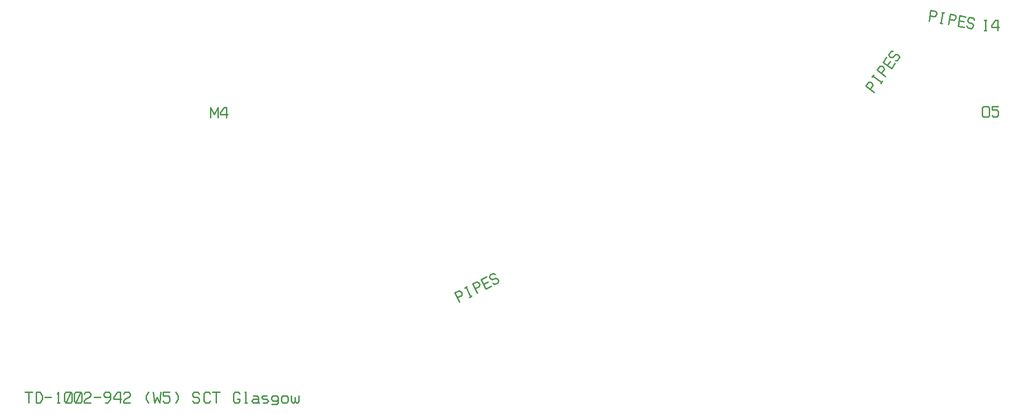
<source format=gbr>
*
G4_C Author: OrCAD GerbTool(tm) 8.1.1 Thu Jun 19 12:26:17 2003*
%LPD*%
%LNsilkscreen*%
%FSLAX34Y34*%
%MOIN*%
%AD*%
%AMD25R98*
20,1,0.025000,0.000000,-0.035000,0.000000,0.035000,98.600000*
%
%AMD10R98*
20,1,0.050000,-0.025000,0.000000,0.025000,0.000000,98.600000*
%
%AMD25R98N2*
20,1,0.025000,0.000000,-0.035000,0.000000,0.035000,98.600000*
%
%AMD10R98N2*
20,1,0.050000,-0.025000,0.000000,0.025000,0.000000,98.600000*
%
%AMD25R86*
20,1,0.025000,0.000000,-0.035000,0.000000,0.035000,86.080000*
%
%AMD10R86*
20,1,0.050000,-0.025000,0.000000,0.025000,0.000000,86.080000*
%
%AMD16R5*
20,1,0.025000,-0.035000,0.000000,0.035000,0.000000,5.450000*
%
%AMD10R5*
20,1,0.050000,-0.025000,0.000000,0.025000,0.000000,5.450000*
%
%AMD16R5N2*
20,1,0.025000,-0.035000,0.000000,0.035000,0.000000,5.450000*
%
%AMD10R5N2*
20,1,0.050000,-0.025000,0.000000,0.025000,0.000000,5.450000*
%
%AMD32R3*
20,1,0.025000,0.034920,-0.002390,-0.034920,0.002390,3.950000*
%
%AMD33R3*
20,1,0.050000,-0.001710,-0.024940,0.001710,0.024940,3.950000*
%
%AMD32R3N2*
20,1,0.025000,0.034920,-0.002390,-0.034920,0.002390,3.910000*
%
%AMD33R3N2*
20,1,0.050000,-0.001710,-0.024940,0.001710,0.024940,3.910000*
%
%AMD32R3N3*
20,1,0.025000,0.034920,-0.002390,-0.034920,0.002390,3.920000*
%
%AMD33R3N3*
20,1,0.050000,-0.001710,-0.024940,0.001710,0.024940,3.920000*
%
%AMD29R88*
20,1,0.022000,0.000000,-0.040000,0.000000,0.040000,88.000000*
%
%AMD54R88*
20,1,0.050000,-0.025000,0.000000,0.025000,0.000000,88.000000*
%
%AMD57R359*
20,1,0.022000,0.039980,-0.001400,-0.039980,0.001400,359.000000*
%
%AMD58R359*
20,1,0.050000,-0.000870,-0.024980,0.000870,0.024980,359.000000*
%
%AMD59R359*
20,1,0.022000,0.039950,-0.002100,-0.039950,0.002100,359.000000*
%
%AMD60R359*
20,1,0.050000,-0.001310,-0.024960,0.001310,0.024960,359.000000*
%
%AMD61R359*
20,1,0.022000,0.039910,-0.002800,-0.039910,0.002800,359.000000*
%
%AMD62R359*
20,1,0.050000,-0.001750,-0.024930,0.001750,0.024930,359.000000*
%
%AMD29R80*
20,1,0.022000,0.000000,-0.040000,0.000000,0.040000,80.000000*
%
%AMD54R80*
20,1,0.050000,-0.025000,0.000000,0.025000,0.000000,80.000000*
%
%AMD29R82*
20,1,0.022000,0.000000,-0.040000,0.000000,0.040000,82.400000*
%
%AMD54R82*
20,1,0.050000,-0.025000,0.000000,0.025000,0.000000,82.400000*
%
%ADD10R,0.050000X0.050000*%
%ADD11C,0.006000*%
%ADD12C,0.019000*%
%ADD13C,0.007900*%
%ADD14C,0.005000*%
%ADD15C,0.000800*%
%ADD16R,0.070000X0.025000*%
%ADD17R,0.068000X0.023000*%
%ADD18C,0.006000*%
%ADD19C,0.009800*%
%ADD20C,0.010000*%
%ADD21C,0.030000*%
%ADD22C,0.060000*%
%ADD23C,0.035000*%
%ADD24C,0.055000*%
%ADD25R,0.025000X0.070000*%
%ADD26C,0.010000*%
%ADD27R,0.029000X0.058000*%
%ADD28R,0.031000X0.060000*%
%ADD29R,0.022000X0.080000*%
%ADD30R,0.024000X0.082000*%
%ADD31D10R98N2*%
%ADD32D25R86*%
%ADD33D10R86*%
%ADD34D16R5*%
%ADD35D10R5*%
%ADD36D16R5N2*%
%ADD37D10R5N2*%
%ADD38D25R98N2*%
%ADD39D10R98N2*%
%ADD40D25R86*%
%ADD41D10R86*%
%ADD42D16R5*%
%ADD43D10R5*%
%ADD44D16R5N2*%
%ADD45D10R5N2*%
%ADD46D32R3*%
%ADD47D33R3*%
%ADD48R,0.070000X0.025000*%
%ADD49D33R3N2*%
%ADD50C,0.011000*%
%ADD51C,0.036000*%
%ADD52C,0.015000*%
%ADD53R,0.070000X0.025000*%
%ADD54R,0.050000X0.050000*%
%ADD55C,0.010000*%
%ADD56C,0.010000*%
%ADD57D29R88*%
%ADD58D54R88*%
%ADD59D57R359*%
%ADD60D58R359*%
%ADD61D59R359*%
%ADD62D60R359*%
%ADD63D61R359*%
%ADD64D62R359*%
%ADD65D29R80*%
%ADD66D54R80*%
%ADD67D29R82*%
%ADD68D54R82*%
%ADD256R,0.058000X0.029000*%
G4_C OrCAD GerbTool Tool List *
G4_D50 1 0.0110 T 0 0*
G4_D51 3 0.0360 T 0 0*
G4_D52 2 0.0150 T 0 0*
G54D20*
G1X16409Y5981D2*
G1X16409Y5231D1*
G1X16146Y5981D2*
G1X16671Y5981D1*
G1X17196Y5981D2*
G1X17371Y5731D1*
G1X17371Y5481D1*
G1X17196Y5231D1*
G1X16934Y5981D2*
G1X16934Y5231D1*
G1X16934Y5981D2*
G1X17196Y5981D1*
G1X17196Y5231D2*
G1X16934Y5231D1*
G1X17546Y5606D2*
G1X17984Y5606D1*
G1X18509Y5981D2*
G1X18509Y5231D1*
G1X18421Y5231D2*
G1X18596Y5231D1*
G1X18509Y5981D2*
G1X18421Y5856D1*
G1X19034Y5981D2*
G1X19384Y5981D1*
G1X19471Y5856D1*
G1X19471Y5356D1*
G1X19384Y5231D1*
G1X19034Y5231D1*
G1X18946Y5356D1*
G1X18946Y5856D1*
G1X19034Y5981D1*
G1X19384Y5981D2*
G1X19034Y5231D1*
G1X19734Y5981D2*
G1X20084Y5981D1*
G1X20171Y5856D1*
G1X20171Y5356D1*
G1X20084Y5231D1*
G1X19734Y5231D1*
G1X19646Y5356D1*
G1X19646Y5856D1*
G1X19734Y5981D1*
G1X20084Y5981D2*
G1X19734Y5231D1*
G1X20346Y5856D2*
G1X20434Y5981D1*
G1X20696Y5981D1*
G1X20784Y5856D1*
G1X20784Y5731D1*
G1X20696Y5606D1*
G1X20434Y5481D1*
G1X20346Y5356D1*
G1X20346Y5231D1*
G1X20784Y5231D1*
G1X21046Y5606D2*
G1X21484Y5606D1*
G1X22096Y5606D2*
G1X21834Y5606D1*
G1X21746Y5731D1*
G1X21746Y5856D1*
G1X21834Y5981D1*
G1X22096Y5981D1*
G1X22184Y5856D1*
G1X22184Y5481D1*
G1X22009Y5231D1*
G1X21834Y5231D1*
G1X22096Y5606D2*
G1X22184Y5731D1*
G1X22709Y5981D2*
G1X22884Y5981D1*
G1X22884Y5231D1*
G1X22709Y5981D2*
G1X22446Y5606D1*
G1X22446Y5481D1*
G1X22971Y5481D1*
G1X23146Y5856D2*
G1X23234Y5981D1*
G1X23496Y5981D1*
G1X23584Y5856D1*
G1X23584Y5731D1*
G1X23496Y5606D1*
G1X23234Y5481D1*
G1X23146Y5356D1*
G1X23146Y5231D1*
G1X23584Y5231D1*
G1X24896Y5981D2*
G1X24721Y5731D1*
G1X24721Y5481D1*
G1X24896Y5231D1*
G1X25246Y5981D2*
G1X25334Y5231D1*
G1X25509Y5606D1*
G1X25684Y5231D1*
G1X25771Y5981D1*
G1X25946Y5981D2*
G1X26384Y5981D1*
G1X25946Y5981D2*
G1X25946Y5731D1*
G1X26296Y5731D1*
G1X26384Y5606D1*
G1X26384Y5356D1*
G1X26296Y5231D1*
G1X26034Y5231D1*
G1X25946Y5356D1*
G1X26821Y5981D2*
G1X26996Y5731D1*
G1X26996Y5481D1*
G1X26821Y5231D1*
G1X28484Y5856D2*
G1X28396Y5981D1*
G1X28134Y5981D1*
G1X28046Y5856D1*
G1X28046Y5731D1*
G1X28484Y5481D2*
G1X28484Y5356D1*
G1X28396Y5231D1*
G1X28134Y5231D1*
G1X28046Y5356D1*
G1X28046Y5731D2*
G1X28134Y5606D1*
G1X28396Y5606D1*
G1X28484Y5481D1*
G1X29271Y5856D2*
G1X29184Y5981D1*
G1X28921Y5981D1*
G1X28921Y5231D2*
G1X29184Y5231D1*
G1X29271Y5356D1*
G1X28834Y5856D2*
G1X28834Y5356D1*
G1X28921Y5981D2*
G1X28834Y5856D1*
G1X28834Y5356D2*
G1X28921Y5231D1*
G1X29709Y5981D2*
G1X29709Y5231D1*
G1X29446Y5981D2*
G1X29971Y5981D1*
G1X31371Y5856D2*
G1X31284Y5981D1*
G1X31021Y5981D1*
G1X31371Y5481D2*
G1X31196Y5481D1*
G1X31021Y5981D2*
G1X30934Y5856D1*
G1X30934Y5356D1*
G1X31021Y5231D1*
G1X31371Y5481D2*
G1X31371Y5356D1*
G1X31284Y5231D1*
G1X31021Y5231D1*
G1X31809Y5981D2*
G1X31809Y5231D1*
G1X31809Y5981D2*
G1X31721Y5981D1*
G1X31721Y5231D2*
G1X31896Y5231D1*
G1X32334Y5731D2*
G1X32596Y5731D1*
G1X32684Y5606D1*
G1X32684Y5231D1*
G1X32771Y5231D1*
G1X32334Y5481D2*
G1X32246Y5356D1*
G1X32334Y5231D1*
G1X32334Y5481D2*
G1X32684Y5481D1*
G1X32684Y5356D2*
G1X32596Y5231D1*
G1X32334Y5231D1*
G1X33034Y5731D2*
G1X32946Y5606D1*
G1X33034Y5481D1*
G1X33296Y5481D1*
G1X33384Y5356D1*
G1X33296Y5231D1*
G1X33034Y5731D2*
G1X33296Y5731D1*
G1X33034Y5231D2*
G1X33296Y5231D1*
G1X33734Y5731D2*
G1X33646Y5606D1*
G1X33646Y5481D1*
G1X33734Y5356D1*
G1X33996Y5106D2*
G1X33646Y5106D1*
G1X34084Y5231D2*
G1X33996Y5106D1*
G1X33734Y5356D2*
G1X33996Y5356D1*
G1X34084Y5481D1*
G1X33734Y5731D2*
G1X33996Y5731D1*
G1X34084Y5606D1*
G1X34084Y5231D1*
G1X34434Y5731D2*
G1X34696Y5731D1*
G1X34784Y5606D1*
G1X34784Y5356D1*
G1X34696Y5231D1*
G1X34434Y5231D1*
G1X34346Y5356D1*
G1X34346Y5606D1*
G1X34434Y5731D1*
G1X35046Y5731D2*
G1X35046Y5356D1*
G1X35134Y5231D1*
G1X35221Y5231D1*
G1X35309Y5356D1*
G1X35309Y5606D1*
G1X35309Y5356D2*
G1X35396Y5231D1*
G1X35484Y5231D1*
G1X35571Y5356D1*
G1X35571Y5731D1*
G1X84138Y26294D2*
G1X84050Y26169D1*
G1X84050Y25669D1*
G1X84138Y25544D1*
G1X84488Y25544D1*
G1X84575Y25669D1*
G1X84575Y26169D1*
G1X84488Y26294D1*
G1X84138Y26294D1*
G1X84750Y26294D2*
G1X85188Y26294D1*
G1X84750Y26294D2*
G1X84750Y26044D1*
G1X85100Y26044D1*
G1X85188Y25919D1*
G1X85188Y25669D1*
G1X85100Y25544D1*
G1X84838Y25544D1*
G1X84750Y25669D1*
G1X84290Y32429D2*
G1X84290Y31679D1*
G1X84202Y32429D2*
G1X84377Y32429D1*
G1X84377Y31679D2*
G1X84202Y31679D1*
G1X84990Y32429D2*
G1X85165Y32429D1*
G1X85165Y31679D1*
G1X84990Y32429D2*
G1X84727Y32054D1*
G1X84727Y31929D1*
G1X85252Y31929D1*
G1X29834Y25483D2*
G1X29834Y26233D1*
G1X29309Y26233D2*
G1X29309Y25483D1*
G1X29309Y26233D2*
G1X29572Y25733D1*
G1X29834Y26233D1*
G1X30272Y26233D2*
G1X30447Y26233D1*
G1X30447Y25483D1*
G1X30272Y26233D2*
G1X30009Y25858D1*
G1X30009Y25733D1*
G1X30534Y25733D1*
G1X46948Y13199D2*
G1X47082Y13128D1*
G1X47139Y13016D1*
G1X47118Y12865D1*
G1X46636Y13040D2*
G1X46976Y12372D1*
G1X46948Y13199D2*
G1X46636Y13040D1*
G1X47118Y12865D2*
G1X46806Y12706D1*
G1X47416Y13438D2*
G1X47756Y12769D1*
G1X47338Y13398D2*
G1X47494Y13477D1*
G1X47834Y12809D2*
G1X47678Y12730D1*
G1X48195Y13835D2*
G1X48330Y13763D1*
G1X48387Y13652D1*
G1X48365Y13501D1*
G1X47883Y13676D2*
G1X48224Y13008D1*
G1X48195Y13835D2*
G1X47883Y13676D1*
G1X48365Y13501D2*
G1X48054Y13342D1*
G1X48507Y13994D2*
G1X48848Y13326D1*
G1X48507Y13994D2*
G1X48897Y14192D1*
G1X48848Y13326D2*
G1X49237Y13524D1*
G1X48677Y13660D2*
G1X48989Y13819D1*
G1X49499Y14359D2*
G1X49365Y14431D1*
G1X49131Y14312D1*
G1X49110Y14160D1*
G1X49166Y14049D1*
G1X49670Y14025D2*
G1X49726Y13914D1*
G1X49705Y13762D1*
G1X49471Y13643D1*
G1X49337Y13715D1*
G1X49166Y14049D2*
G1X49301Y13977D1*
G1X49535Y14097D1*
G1X49670Y14025D1*
G1X75989Y28021D2*
G1X76142Y28018D1*
G1X76243Y27945D1*
G1X76293Y27800D1*
G1X75783Y27738D2*
G1X76390Y27297D1*
G1X75989Y28021D2*
G1X75783Y27738D1*
G1X76293Y27800D2*
G1X76087Y27517D1*
G1X76298Y28445D2*
G1X76905Y28005D1*
G1X76246Y28375D2*
G1X76349Y28516D1*
G1X76956Y28075D2*
G1X76853Y27934D1*
G1X76812Y29153D2*
G1X76965Y29151D1*
G1X77066Y29077D1*
G1X77115Y28933D1*
G1X76606Y28870D2*
G1X77213Y28429D1*
G1X76812Y29153D2*
G1X76606Y28870D1*
G1X77115Y28933D2*
G1X76910Y28650D1*
G1X77018Y29436D2*
G1X77625Y28996D1*
G1X77018Y29436D2*
G1X77275Y29790D1*
G1X77625Y28996D2*
G1X77882Y29350D1*
G1X77321Y29216D2*
G1X77527Y29499D1*
G1X77736Y30212D2*
G1X77584Y30215D1*
G1X77429Y30003D1*
G1X77479Y29859D1*
G1X77580Y29785D1*
G1X78039Y29992D2*
G1X78141Y29919D1*
G1X78190Y29774D1*
G1X78036Y29562D1*
G1X77883Y29565D1*
G1X77580Y29785D2*
G1X77733Y29782D1*
G1X77887Y29995D1*
G1X78039Y29992D1*
G1X80759Y33043D2*
G1X80823Y32905D1*
G1X80802Y32782D1*
G1X80694Y32674D1*
G1X80414Y33104D2*
G1X80284Y32365D1*
G1X80759Y33043D2*
G1X80414Y33104D1*
G1X80694Y32674D2*
G1X80349Y32735D1*
G1X81276Y32952D2*
G1X81146Y32213D1*
G1X81190Y32967D2*
G1X81362Y32937D1*
G1X81232Y32198D2*
G1X81059Y32229D1*
G1X82138Y32800D2*
G1X82202Y32662D1*
G1X82180Y32539D1*
G1X82072Y32431D1*
G1X81793Y32861D2*
G1X81663Y32122D1*
G1X82138Y32800D2*
G1X81793Y32861D1*
G1X82072Y32431D2*
G1X81728Y32491D1*
G1X82482Y32739D2*
G1X82352Y32001D1*
G1X82482Y32739D2*
G1X82913Y32663D1*
G1X82352Y32001D2*
G1X82783Y31925D1*
G1X82417Y32370D2*
G1X82762Y32309D1*
G1X83495Y32434D2*
G1X83430Y32572D1*
G1X83172Y32618D1*
G1X83064Y32510D1*
G1X83042Y32387D1*
G1X83429Y32064D2*
G1X83408Y31941D1*
G1X83300Y31833D1*
G1X83041Y31879D1*
G1X82977Y32017D1*
G1X83042Y32387D2*
G1X83107Y32248D1*
G1X83365Y32203D1*
G1X83429Y32064D1*
M2*

</source>
